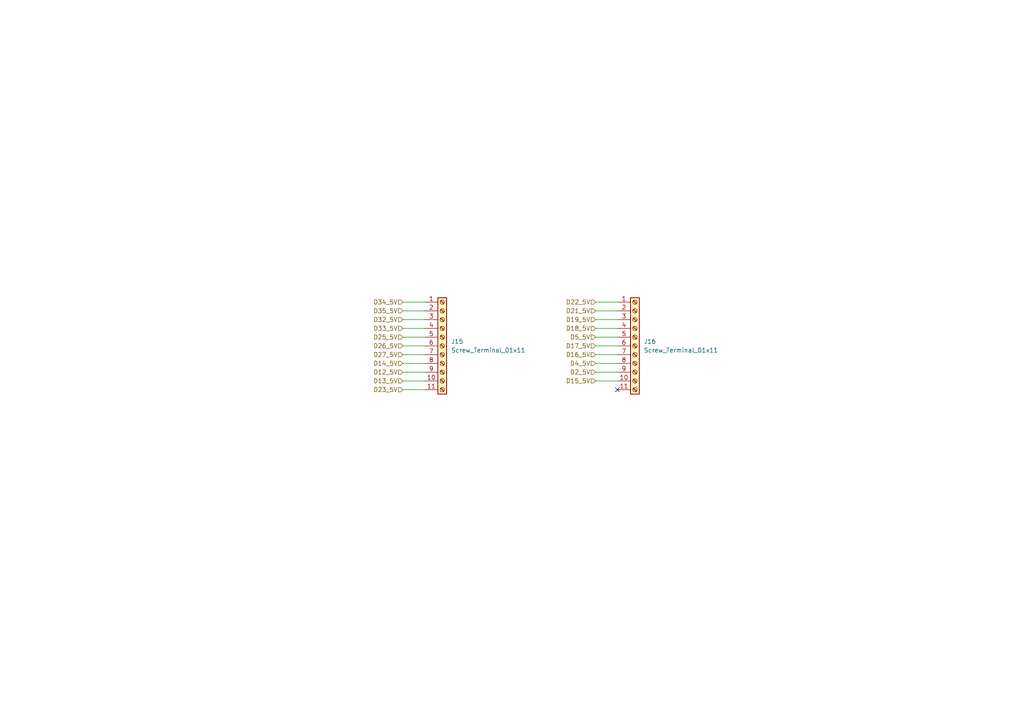
<source format=kicad_sch>
(kicad_sch (version 20250114) (generator "eeschema") (generator_version "9.0")
  (paper "A4")
  (lib_symbols
    (symbol "Connector:Screw_Terminal_01x11" (pin_names (offset 1.016) (hide yes))
      (property "Reference" "J" (at 0 15.24 0))
      (property "Value" "Screw_Terminal_01x11" (at 0 -15.24 0))
      (symbol "Screw_Terminal_01x11_1_1"
        (rectangle (start -1.27 13.97) (end 1.27 -13.97) (stroke (width 0.254)) (fill (type background)))
        (polyline (pts (xy -0.5334 13.0302) (xy 0.3302 12.192)) (stroke (width 0.1524)))
        (polyline (pts (xy -0.5334 10.4902) (xy 0.3302 9.652)) (stroke (width 0.1524)))
        (polyline (pts (xy -0.5334 7.9502) (xy 0.3302 7.112)) (stroke (width 0.1524)))
        (polyline (pts (xy -0.5334 5.4102) (xy 0.3302 4.572)) (stroke (width 0.1524)))
        (polyline (pts (xy -0.5334 2.8702) (xy 0.3302 2.032)) (stroke (width 0.1524)))
        (polyline (pts (xy -0.5334 0.3302) (xy 0.3302 -0.508)) (stroke (width 0.1524)))
        (polyline (pts (xy -0.5334 -2.2098) (xy 0.3302 -3.048)) (stroke (width 0.1524)))
        (polyline (pts (xy -0.5334 -4.7498) (xy 0.3302 -5.588)) (stroke (width 0.1524)))
        (polyline (pts (xy -0.5334 -7.2898) (xy 0.3302 -8.128)) (stroke (width 0.1524)))
        (polyline (pts (xy -0.5334 -9.8298) (xy 0.3302 -10.668)) (stroke (width 0.1524)))
        (polyline (pts (xy -0.5334 -12.3698) (xy 0.3302 -13.208)) (stroke (width 0.1524)))
        (polyline (pts (xy -0.3556 13.208) (xy 0.508 12.3698)) (stroke (width 0.1524)))
        (polyline (pts (xy -0.3556 10.668) (xy 0.508 9.8298)) (stroke (width 0.1524)))
        (polyline (pts (xy -0.3556 8.128) (xy 0.508 7.2898)) (stroke (width 0.1524)))
        (polyline (pts (xy -0.3556 5.588) (xy 0.508 4.7498)) (stroke (width 0.1524)))
        (polyline (pts (xy -0.3556 3.048) (xy 0.508 2.2098)) (stroke (width 0.1524)))
        (polyline (pts (xy -0.3556 0.508) (xy 0.508 -0.3302)) (stroke (width 0.1524)))
        (polyline (pts (xy -0.3556 -2.032) (xy 0.508 -2.8702)) (stroke (width 0.1524)))
        (polyline (pts (xy -0.3556 -4.572) (xy 0.508 -5.4102)) (stroke (width 0.1524)))
        (polyline (pts (xy -0.3556 -7.112) (xy 0.508 -7.9502)) (stroke (width 0.1524)))
        (polyline (pts (xy -0.3556 -9.652) (xy 0.508 -10.4902)) (stroke (width 0.1524)))
        (polyline (pts (xy -0.3556 -12.192) (xy 0.508 -13.0302)) (stroke (width 0.1524)))
        (circle (center 0 12.7) (radius 0.635) (stroke (width 0.1524)))
        (circle (center 0 10.16) (radius 0.635) (stroke (width 0.1524)))
        (circle (center 0 7.62) (radius 0.635) (stroke (width 0.1524)))
        (circle (center 0 5.08) (radius 0.635) (stroke (width 0.1524)))
        (circle (center 0 2.54) (radius 0.635) (stroke (width 0.1524)))
        (circle (center 0 0) (radius 0.635) (stroke (width 0.1524)))
        (circle (center 0 -2.54) (radius 0.635) (stroke (width 0.1524)))
        (circle (center 0 -5.08) (radius 0.635) (stroke (width 0.1524)))
        (circle (center 0 -7.62) (radius 0.635) (stroke (width 0.1524)))
        (circle (center 0 -10.16) (radius 0.635) (stroke (width 0.1524)))
        (circle (center 0 -12.7) (radius 0.635) (stroke (width 0.1524)))
        (pin passive line (at -5.08 12.7 0) (length 3.81) (name "Pin_1") (number "1"))
        (pin passive line (at -5.08 10.16 0) (length 3.81) (name "Pin_2") (number "2"))
        (pin passive line (at -5.08 7.62 0) (length 3.81) (name "Pin_3") (number "3"))
        (pin passive line (at -5.08 5.08 0) (length 3.81) (name "Pin_4") (number "4"))
        (pin passive line (at -5.08 2.54 0) (length 3.81) (name "Pin_5") (number "5"))
        (pin passive line (at -5.08 0 0) (length 3.81) (name "Pin_6") (number "6"))
        (pin passive line (at -5.08 -2.54 0) (length 3.81) (name "Pin_7") (number "7"))
        (pin passive line (at -5.08 -5.08 0) (length 3.81) (name "Pin_8") (number "8"))
        (pin passive line (at -5.08 -7.62 0) (length 3.81) (name "Pin_9") (number "9"))
        (pin passive line (at -5.08 -10.16 0) (length 3.81) (name "Pin_10") (number "10"))
        (pin passive line (at -5.08 -12.7 0) (length 3.81) (name "Pin_11") (number "11"))
      )
    )
  )
  (no_connect (at 179.07 113.03))
  (wire (pts (xy 179.07 95.25) (xy 172.72 95.25)))
  (wire (pts (xy 123.19 95.25) (xy 116.84 95.25)))
  (wire (pts (xy 123.19 110.49) (xy 116.84 110.49)))
  (wire (pts (xy 123.19 102.87) (xy 116.84 102.87)))
  (wire (pts (xy 123.19 90.17) (xy 116.84 90.17)))
  (wire (pts (xy 123.19 87.63) (xy 116.84 87.63)))
  (wire (pts (xy 179.07 105.41) (xy 172.72 105.41)))
  (wire (pts (xy 123.19 97.79) (xy 116.84 97.79)))
  (wire (pts (xy 123.19 113.03) (xy 116.84 113.03)))
  (wire (pts (xy 123.19 107.95) (xy 116.84 107.95)))
  (wire (pts (xy 179.07 102.87) (xy 172.72 102.87)))
  (wire (pts (xy 179.07 107.95) (xy 172.72 107.95)))
  (wire (pts (xy 179.07 97.79) (xy 172.72 97.79)))
  (wire (pts (xy 123.19 105.41) (xy 116.84 105.41)))
  (wire (pts (xy 123.19 100.33) (xy 116.84 100.33)))
  (wire (pts (xy 179.07 100.33) (xy 172.72 100.33)))
  (wire (pts (xy 179.07 90.17) (xy 172.72 90.17)))
  (wire (pts (xy 179.07 110.49) (xy 172.72 110.49)))
  (wire (pts (xy 179.07 92.71) (xy 172.72 92.71)))
  (wire (pts (xy 123.19 92.71) (xy 116.84 92.71)))
  (wire (pts (xy 179.07 87.63) (xy 172.72 87.63)))
  (hierarchical_label "D25_5V" (shape input) (at 116.84 97.79 180))
  (hierarchical_label "D17_5V" (shape input) (at 172.72 100.33 180))
  (hierarchical_label "D35_5V" (shape input) (at 116.84 90.17 180))
  (hierarchical_label "D21_5V" (shape input) (at 172.72 90.17 180))
  (hierarchical_label "D22_5V" (shape input) (at 172.72 87.63 180))
  (hierarchical_label "D34_5V" (shape input) (at 116.84 87.63 180))
  (hierarchical_label "D23_5V" (shape input) (at 116.84 113.03 180))
  (hierarchical_label "D33_5V" (shape input) (at 116.84 95.25 180))
  (hierarchical_label "D5_5V" (shape input) (at 172.72 97.79 180))
  (hierarchical_label "D13_5V" (shape input) (at 116.84 110.49 180))
  (hierarchical_label "D26_5V" (shape input) (at 116.84 100.33 180))
  (hierarchical_label "D16_5V" (shape input) (at 172.72 102.87 180))
  (hierarchical_label "D27_5V" (shape input) (at 116.84 102.87 180))
  (hierarchical_label "D14_5V" (shape input) (at 116.84 105.41 180))
  (hierarchical_label "D12_5V" (shape input) (at 116.84 107.95 180))
  (hierarchical_label "D32_5V" (shape input) (at 116.84 92.71 180))
  (hierarchical_label "D18_5V" (shape input) (at 172.72 95.25 180))
  (hierarchical_label "D19_5V" (shape input) (at 172.72 92.71 180))
  (hierarchical_label "D15_5V" (shape input) (at 172.72 110.49 180))
  (hierarchical_label "D2_5V" (shape input) (at 172.72 107.95 180))
  (hierarchical_label "D4_5V" (shape input) (at 172.72 105.41 180))
  (symbol (lib_id "Connector:Screw_Terminal_01x11") (at 128.27 100.33 0) (unit 1)
    (property "Reference" "J15" (at 130.81 99.0599 0) (effects (justify left)))
    (property "Value" "Screw_Terminal_01x11" (at 130.81 101.5999 0) (effects (justify left)))
    (property "Footprint" "Connector_PinHeader_2.54mm:PinHeader_1x12_P2.54mm_Vertical" (effects (hide yes)))
    (property "Description" "Generic screw terminal, single row, 01x11, script generated (kicad-library-utils/schlib/autogen/connector/)" (effects (hide yes)))
  )
  (symbol (lib_id "Connector:Screw_Terminal_01x11") (at 184.15 100.33 0) (unit 1)
    (property "Reference" "J16" (at 186.69 99.0599 0) (effects (justify left)))
    (property "Value" "Screw_Terminal_01x11" (at 186.69 101.5999 0) (effects (justify left)))
    (property "Footprint" "Connector_PinHeader_2.54mm:PinHeader_1x12_P2.54mm_Vertical" (effects (hide yes)))
    (property "Description" "Generic screw terminal, single row, 01x11, script generated (kicad-library-utils/schlib/autogen/connector/)" (effects (hide yes)))
  )
)
</source>
